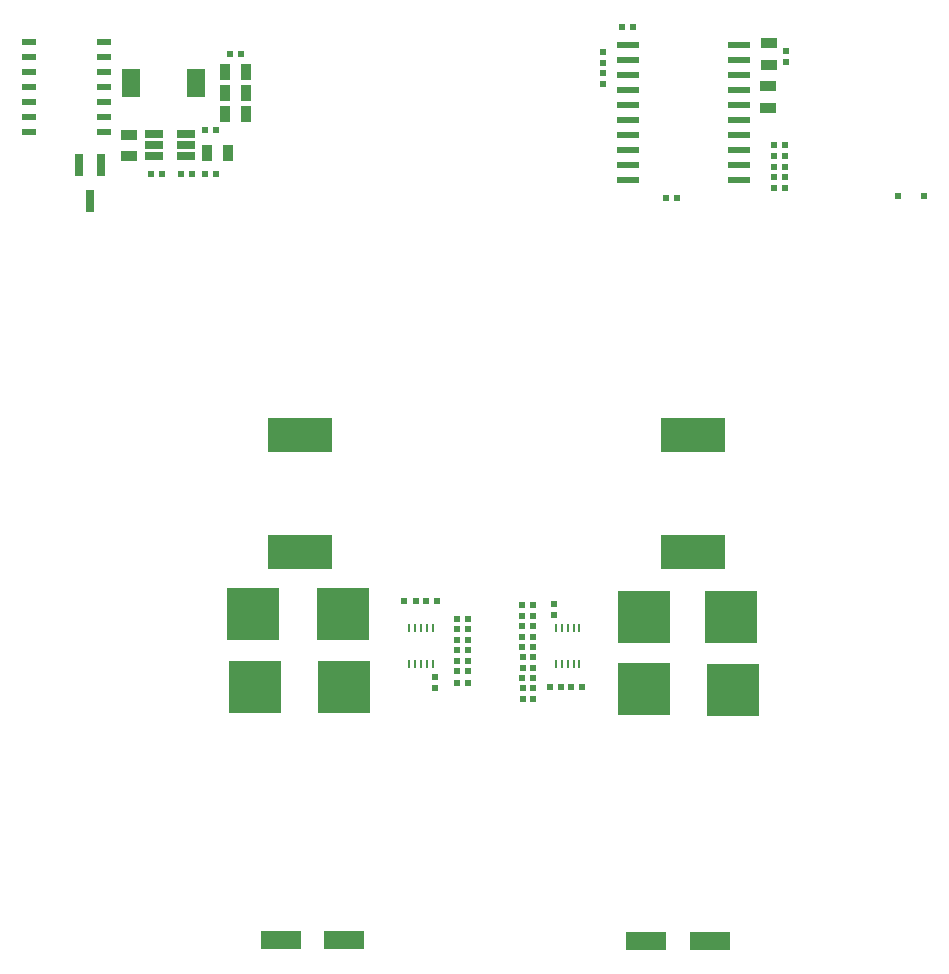
<source format=gtp>
G04 #@! TF.GenerationSoftware,KiCad,Pcbnew,(5.0.0)*
G04 #@! TF.CreationDate,2018-12-05T00:13:52-06:00*
G04 #@! TF.ProjectId,0002-ATX,303030322D4154582E6B696361645F70,0000*
G04 #@! TF.SameCoordinates,Original*
G04 #@! TF.FileFunction,Paste,Top*
G04 #@! TF.FilePolarity,Positive*
%FSLAX46Y46*%
G04 Gerber Fmt 4.6, Leading zero omitted, Abs format (unit mm)*
G04 Created by KiCad (PCBNEW (5.0.0)) date 12/05/18 00:13:52*
%MOMM*%
%LPD*%
G01*
G04 APERTURE LIST*
%ADD10R,5.400000X2.900000*%
%ADD11R,3.500000X1.600000*%
%ADD12R,0.490000X0.550000*%
%ADD13R,0.850000X1.350000*%
%ADD14R,1.560000X0.650000*%
%ADD15R,0.550000X0.490000*%
%ADD16R,0.250000X0.750000*%
%ADD17R,1.143000X0.508000*%
%ADD18R,0.800000X1.900000*%
%ADD19R,4.500000X4.500000*%
%ADD20R,1.350000X0.850000*%
%ADD21R,0.500000X0.500000*%
%ADD22R,1.950000X0.600000*%
%ADD23R,1.500000X2.400000*%
G04 APERTURE END LIST*
D10*
G04 #@! TO.C,L3*
X169088000Y-94240000D03*
X169088000Y-104140000D03*
G04 #@! TD*
D11*
G04 #@! TO.C,C29*
X134206000Y-136970000D03*
X139606000Y-136970000D03*
G04 #@! TD*
D12*
G04 #@! TO.C,C3*
X127770000Y-68402200D03*
X128720000Y-68402200D03*
G04 #@! TD*
D13*
G04 #@! TO.C,C4*
X129499000Y-67005200D03*
X131309000Y-67005200D03*
G04 #@! TD*
G04 #@! TO.C,C5*
X131309000Y-65227200D03*
X129499000Y-65227200D03*
G04 #@! TD*
G04 #@! TO.C,C6*
X129499000Y-63449200D03*
X131309000Y-63449200D03*
G04 #@! TD*
D12*
G04 #@! TO.C,R2*
X127770000Y-72085200D03*
X128720000Y-72085200D03*
G04 #@! TD*
G04 #@! TO.C,R3*
X126688000Y-72085200D03*
X125738000Y-72085200D03*
G04 #@! TD*
D14*
G04 #@! TO.C,U1*
X126166000Y-69672200D03*
X126166000Y-68722200D03*
X126166000Y-70622200D03*
X123466000Y-70622200D03*
X123466000Y-69672200D03*
X123466000Y-68722200D03*
G04 #@! TD*
D13*
G04 #@! TO.C,R1*
X127975000Y-70307200D03*
X129785000Y-70307200D03*
G04 #@! TD*
D15*
G04 #@! TO.C,C8*
X147269000Y-115639000D03*
X147269000Y-114689000D03*
G04 #@! TD*
D12*
G04 #@! TO.C,C9*
X149101000Y-112458000D03*
X150051000Y-112458000D03*
G04 #@! TD*
G04 #@! TO.C,C10*
X149098000Y-110680000D03*
X150048000Y-110680000D03*
G04 #@! TD*
G04 #@! TO.C,C11*
X145636000Y-108268000D03*
X144686000Y-108268000D03*
G04 #@! TD*
G04 #@! TO.C,R16*
X155605000Y-114808000D03*
X154655000Y-114808000D03*
G04 #@! TD*
D15*
G04 #@! TO.C,C27*
X154686000Y-116583000D03*
X154686000Y-115633000D03*
G04 #@! TD*
D12*
G04 #@! TO.C,R10*
X155605000Y-109538000D03*
X154655000Y-109538000D03*
G04 #@! TD*
G04 #@! TO.C,R11*
X155605000Y-112204000D03*
X154655000Y-112204000D03*
G04 #@! TD*
D15*
G04 #@! TO.C,R12*
X155576000Y-113029000D03*
X155576000Y-113979000D03*
G04 #@! TD*
D12*
G04 #@! TO.C,R13*
X156975000Y-115570000D03*
X157925000Y-115570000D03*
G04 #@! TD*
D15*
G04 #@! TO.C,R15*
X155576000Y-115633000D03*
X155576000Y-116583000D03*
G04 #@! TD*
G04 #@! TO.C,R17*
X154686000Y-113029000D03*
X154686000Y-113979000D03*
G04 #@! TD*
D12*
G04 #@! TO.C,TH2*
X155605000Y-108648000D03*
X154655000Y-108648000D03*
G04 #@! TD*
D11*
G04 #@! TO.C,C32*
X165130000Y-137096000D03*
X170530000Y-137096000D03*
G04 #@! TD*
D16*
G04 #@! TO.C,U3*
X158500000Y-113628000D03*
X158000000Y-113628000D03*
X157500000Y-113628000D03*
X157500000Y-110528000D03*
X158000000Y-110528000D03*
X158500000Y-110528000D03*
X159000000Y-110528000D03*
X159500000Y-110528000D03*
X159000000Y-113628000D03*
X159500000Y-113628000D03*
G04 #@! TD*
D17*
G04 #@! TO.C,U4*
X119278000Y-66040000D03*
X119278000Y-60960000D03*
X119278000Y-62230000D03*
X119278000Y-63500000D03*
X119278000Y-64770000D03*
X119278000Y-67310000D03*
X119278000Y-68580000D03*
X112928000Y-68580000D03*
X112928000Y-67310000D03*
X112928000Y-66040000D03*
X112928000Y-64770000D03*
X112928000Y-63500000D03*
X112928000Y-62230000D03*
X112928000Y-60960000D03*
G04 #@! TD*
D18*
G04 #@! TO.C,Q5*
X119024000Y-71374000D03*
X117124000Y-71374000D03*
X118074000Y-74374000D03*
G04 #@! TD*
D12*
G04 #@! TO.C,C28*
X129921000Y-61976000D03*
X130871000Y-61976000D03*
G04 #@! TD*
D19*
G04 #@! TO.C,HS4*
X139573000Y-115570000D03*
G04 #@! TD*
G04 #@! TO.C,HS5*
X132016000Y-115570000D03*
G04 #@! TD*
G04 #@! TO.C,HS6*
X164973000Y-109664000D03*
G04 #@! TD*
G04 #@! TO.C,HS7*
X172339000Y-109664000D03*
G04 #@! TD*
D10*
G04 #@! TO.C,L2*
X135839000Y-94240000D03*
X135839000Y-104140000D03*
G04 #@! TD*
D12*
G04 #@! TO.C,R4*
X149098000Y-113348000D03*
X150048000Y-113348000D03*
G04 #@! TD*
G04 #@! TO.C,R5*
X149098000Y-111570000D03*
X150048000Y-111570000D03*
G04 #@! TD*
G04 #@! TO.C,R6*
X149098000Y-109792000D03*
X150048000Y-109792000D03*
G04 #@! TD*
G04 #@! TO.C,R7*
X146497000Y-108268000D03*
X147447000Y-108268000D03*
G04 #@! TD*
G04 #@! TO.C,TH1*
X150048000Y-114236000D03*
X149098000Y-114236000D03*
G04 #@! TD*
D16*
G04 #@! TO.C,U2*
X146110000Y-110528000D03*
X146610000Y-110528000D03*
X147110000Y-110528000D03*
X147110000Y-113628000D03*
X146610000Y-113628000D03*
X146110000Y-113628000D03*
X145610000Y-113628000D03*
X145110000Y-113628000D03*
X145610000Y-110528000D03*
X145110000Y-110528000D03*
G04 #@! TD*
D15*
G04 #@! TO.C,C18*
X157328000Y-109441000D03*
X157328000Y-108491000D03*
G04 #@! TD*
D12*
G04 #@! TO.C,C19*
X154655000Y-110426000D03*
X155605000Y-110426000D03*
G04 #@! TD*
G04 #@! TO.C,C20*
X155605000Y-111316000D03*
X154655000Y-111316000D03*
G04 #@! TD*
G04 #@! TO.C,C21*
X159703000Y-115570000D03*
X158753000Y-115570000D03*
G04 #@! TD*
D20*
G04 #@! TO.C,C1*
X121387000Y-68783200D03*
X121387000Y-70593200D03*
G04 #@! TD*
D12*
G04 #@! TO.C,C2*
X123198000Y-72085200D03*
X124148000Y-72085200D03*
G04 #@! TD*
D19*
G04 #@! TO.C,HS1*
X139446000Y-109347000D03*
G04 #@! TD*
G04 #@! TO.C,HS2*
X131826000Y-109347000D03*
G04 #@! TD*
G04 #@! TO.C,HS3*
X164973000Y-115760000D03*
G04 #@! TD*
G04 #@! TO.C,HS8*
X172530000Y-115824000D03*
G04 #@! TD*
D12*
G04 #@! TO.C,R9*
X149101000Y-115189000D03*
X150051000Y-115189000D03*
G04 #@! TD*
D20*
G04 #@! TO.C,C33*
X175450000Y-66516500D03*
X175450000Y-64706500D03*
G04 #@! TD*
D15*
G04 #@! TO.C,C34*
X176974000Y-61724500D03*
X176974000Y-62674500D03*
G04 #@! TD*
G04 #@! TO.C,C35*
X161480000Y-64516000D03*
X161480000Y-63566000D03*
G04 #@! TD*
D12*
G04 #@! TO.C,C36*
X163068000Y-59639200D03*
X164018000Y-59639200D03*
G04 #@! TD*
D15*
G04 #@! TO.C,C37*
X161480000Y-61788000D03*
X161480000Y-62738000D03*
G04 #@! TD*
D20*
G04 #@! TO.C,C38*
X175514000Y-62865000D03*
X175514000Y-61055000D03*
G04 #@! TD*
D12*
G04 #@! TO.C,C39*
X176911000Y-71501000D03*
X175961000Y-71501000D03*
G04 #@! TD*
D15*
G04 #@! TO.C,C40*
X176911000Y-72359500D03*
X176911000Y-73309500D03*
G04 #@! TD*
G04 #@! TO.C,C41*
X176911000Y-69662000D03*
X176911000Y-70612000D03*
G04 #@! TD*
D21*
G04 #@! TO.C,D1*
X186454000Y-73964800D03*
X188654000Y-73964800D03*
G04 #@! TD*
D12*
G04 #@! TO.C,R18*
X166809000Y-74117200D03*
X167759000Y-74117200D03*
G04 #@! TD*
D15*
G04 #@! TO.C,R19*
X175958000Y-72392500D03*
X175958000Y-73342500D03*
G04 #@! TD*
G04 #@! TO.C,R20*
X175958000Y-70612000D03*
X175958000Y-69662000D03*
G04 #@! TD*
D22*
G04 #@! TO.C,U5*
X163638000Y-61214000D03*
X163638000Y-62484000D03*
X163638000Y-63754000D03*
X163638000Y-65024000D03*
X163638000Y-66294000D03*
X163638000Y-67564000D03*
X163638000Y-68834000D03*
X163638000Y-70104000D03*
X163638000Y-71374000D03*
X163638000Y-72644000D03*
X173038000Y-72644000D03*
X173038000Y-71374000D03*
X173038000Y-70104000D03*
X173038000Y-68834000D03*
X173038000Y-67564000D03*
X173038000Y-66294000D03*
X173038000Y-65024000D03*
X173038000Y-63754000D03*
X173038000Y-62484000D03*
X173038000Y-61214000D03*
G04 #@! TD*
D23*
G04 #@! TO.C,L1*
X121514000Y-64389000D03*
X127014000Y-64389000D03*
G04 #@! TD*
M02*

</source>
